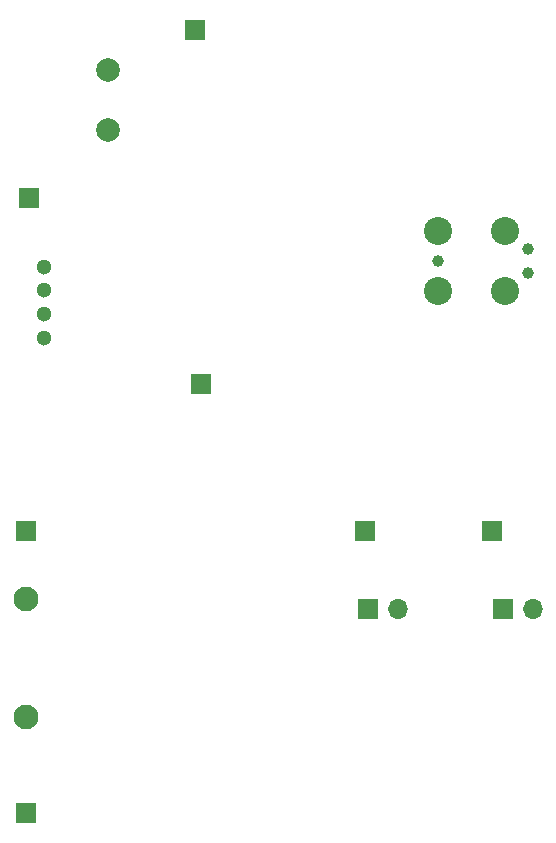
<source format=gbr>
%TF.GenerationSoftware,KiCad,Pcbnew,(5.1.9)-1*%
%TF.CreationDate,2021-03-30T23:29:10-04:00*%
%TF.ProjectId,BasicSTM32,42617369-6353-4544-9d33-322e6b696361,rev?*%
%TF.SameCoordinates,Original*%
%TF.FileFunction,Soldermask,Bot*%
%TF.FilePolarity,Negative*%
%FSLAX46Y46*%
G04 Gerber Fmt 4.6, Leading zero omitted, Abs format (unit mm)*
G04 Created by KiCad (PCBNEW (5.1.9)-1) date 2021-03-30 23:29:10*
%MOMM*%
%LPD*%
G01*
G04 APERTURE LIST*
%ADD10C,1.300000*%
%ADD11R,1.700000X1.700000*%
%ADD12C,2.100000*%
%ADD13C,2.374900*%
%ADD14C,0.990600*%
%ADD15O,1.700000X1.700000*%
%ADD16C,2.000000*%
G04 APERTURE END LIST*
D10*
%TO.C,J11*%
X71247000Y-104298000D03*
X71247000Y-102298000D03*
X71247000Y-100298000D03*
X71247000Y-98298000D03*
%TD*%
D11*
%TO.C,J2*%
X69723000Y-144526000D03*
%TD*%
D12*
%TO.C,J1*%
X69723000Y-136398000D03*
X69723000Y-126398000D03*
%TD*%
D13*
%TO.C,J12*%
X110337600Y-100330000D03*
X104622600Y-100330000D03*
X110337600Y-95250000D03*
X104622600Y-95250000D03*
D14*
X112242600Y-98805000D03*
X112242600Y-96775000D03*
X104622600Y-97790000D03*
%TD*%
D11*
%TO.C,J10*%
X84582000Y-108204000D03*
%TD*%
%TO.C,J9*%
X84074000Y-78232000D03*
%TD*%
%TO.C,J8*%
X69977000Y-92456000D03*
%TD*%
D15*
%TO.C,J7*%
X112649000Y-127254000D03*
D11*
X110109000Y-127254000D03*
%TD*%
%TO.C,J6*%
X109220000Y-120650000D03*
%TD*%
D15*
%TO.C,J5*%
X101219000Y-127254000D03*
D11*
X98679000Y-127254000D03*
%TD*%
%TO.C,J4*%
X98425000Y-120650000D03*
%TD*%
%TO.C,J3*%
X69723000Y-120650000D03*
%TD*%
D16*
%TO.C,FB1*%
X76708000Y-81661000D03*
X76708000Y-86741000D03*
%TD*%
M02*

</source>
